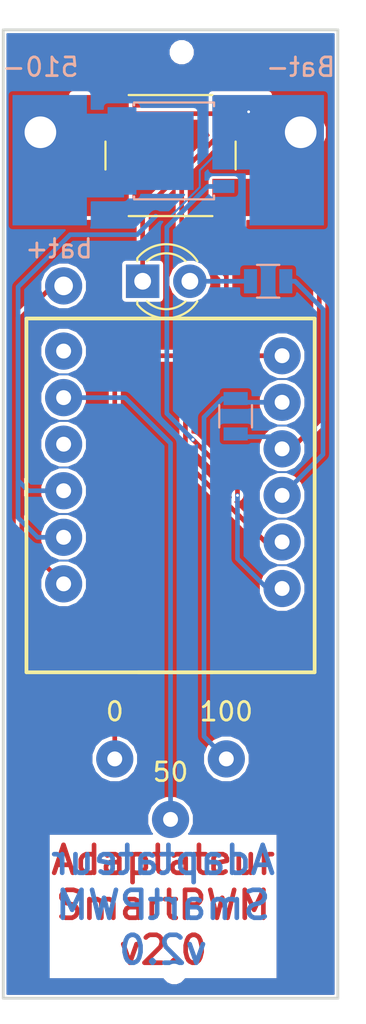
<source format=kicad_pcb>
(kicad_pcb (version 4) (host pcbnew 4.0.5)

  (general
    (links 14)
    (no_connects 3)
    (area 106.924999 52.924999 125.075001 105.075001)
    (thickness 1.6)
    (drawings 11)
    (tracks 68)
    (zones 0)
    (modules 32)
    (nets 4)
  )

  (page A4)
  (layers
    (0 F.Cu signal)
    (31 B.Cu signal)
    (32 B.Adhes user)
    (33 F.Adhes user)
    (34 B.Paste user)
    (35 F.Paste user)
    (36 B.SilkS user)
    (37 F.SilkS user)
    (38 B.Mask user)
    (39 F.Mask user)
    (40 Dwgs.User user)
    (41 Cmts.User user)
    (42 Eco1.User user)
    (43 Eco2.User user)
    (44 Edge.Cuts user)
    (45 Margin user)
    (46 B.CrtYd user)
    (47 F.CrtYd user)
    (48 B.Fab user)
    (49 F.Fab user)
  )

  (setup
    (last_trace_width 0.11)
    (user_trace_width 0.11)
    (trace_clearance 0.2)
    (zone_clearance 0.1)
    (zone_45_only no)
    (trace_min 0.1)
    (segment_width 0.2)
    (edge_width 0.15)
    (via_size 0.6)
    (via_drill 0.4)
    (via_min_size 0.4)
    (via_min_drill 0.3)
    (uvia_size 0.3)
    (uvia_drill 0.1)
    (uvias_allowed no)
    (uvia_min_size 0.2)
    (uvia_min_drill 0.1)
    (pcb_text_width 0.3)
    (pcb_text_size 1.5 1.5)
    (mod_edge_width 0.15)
    (mod_text_size 1 1)
    (mod_text_width 0.15)
    (pad_size 0.15 0.15)
    (pad_drill 0.15)
    (pad_to_mask_clearance 0.2)
    (aux_axis_origin 0 0)
    (visible_elements 7FFFF7FF)
    (pcbplotparams
      (layerselection 0x00030_80000001)
      (usegerberextensions false)
      (excludeedgelayer true)
      (linewidth 0.100000)
      (plotframeref false)
      (viasonmask false)
      (mode 1)
      (useauxorigin false)
      (hpglpennumber 1)
      (hpglpenspeed 20)
      (hpglpendiameter 15)
      (hpglpenoverlay 2)
      (psnegative false)
      (psa4output false)
      (plotreference true)
      (plotvalue true)
      (plotinvisibletext false)
      (padsonsilk false)
      (subtractmaskfromsilk false)
      (outputformat 1)
      (mirror false)
      (drillshape 1)
      (scaleselection 1)
      (outputdirectory ""))
  )

  (net 0 "")
  (net 1 "Net-(Neg1-Pad1)")
  (net 2 "Net-(P11-PadGate)")
  (net 3 "Net-(P11-PadVin)")

  (net_class Default "Ceci est la Netclass par défaut"
    (clearance 0.2)
    (trace_width 0.25)
    (via_dia 0.6)
    (via_drill 0.4)
    (uvia_dia 0.3)
    (uvia_drill 0.1)
    (add_net "Net-(Neg1-Pad1)")
    (add_net "Net-(P11-PadGate)")
    (add_net "Net-(P11-PadVin)")
  )

  (module Wire_Pads:SolderWirePad_single_0-8mmDrill (layer F.Cu) (tedit 58E76AE4) (tstamp 58E76A1A)
    (at 120.2 57.4)
    (fp_text reference "" (at 0 -2.54) (layer F.SilkS)
      (effects (font (size 1 1) (thickness 0.15)))
    )
    (fp_text value "" (at 0 2.54) (layer F.Fab)
      (effects (font (size 1 1) (thickness 0.15)))
    )
    (pad 1 thru_hole circle (at 0 0) (size 0.15 0.15) (drill 0.15) (layers *.Cu *.Mask)
      (solder_mask_margin -0.2))
  )

  (module Wire_Pads:SolderWirePad_single_0-8mmDrill (layer F.Cu) (tedit 58E552D3) (tstamp 58E552E2)
    (at 116.2 103.6)
    (fp_text reference "" (at 0 -2.54) (layer F.SilkS)
      (effects (font (size 1 1) (thickness 0.15)))
    )
    (fp_text value "" (at 0 2.54) (layer F.Fab)
      (effects (font (size 1 1) (thickness 0.15)))
    )
    (pad "" np_thru_hole circle (at 0 0) (size 0.9 0.9) (drill 0.9) (layers *.Cu *.Mask))
  )

  (module Wire_Pads:SolderWirePad_single_SMD_5x10mm (layer B.Cu) (tedit 58E54467) (tstamp 58E545F8)
    (at 123.5 59.25 180)
    (descr "Wire Pad, Square, SMD Pad,  5mm x 10mm,")
    (tags "MesurementPoint Square SMDPad 5mmx10mm ")
    (attr smd)
    (fp_text reference "" (at 0 3.81 180) (layer B.SilkS)
      (effects (font (size 1 1) (thickness 0.15)) (justify mirror))
    )
    (fp_text value "" (at 0 -6.35 180) (layer B.Fab)
      (effects (font (size 1 1) (thickness 0.15)) (justify mirror))
    )
    (fp_line (start 2.75 5.25) (end -2.75 5.25) (layer B.CrtYd) (width 0.05))
    (fp_line (start 2.75 -5.25) (end 2.75 5.25) (layer B.CrtYd) (width 0.05))
    (fp_line (start -2.75 -5.25) (end 2.75 -5.25) (layer B.CrtYd) (width 0.05))
    (fp_line (start -2.75 5.25) (end -2.75 -5.25) (layer B.CrtYd) (width 0.05))
    (pad 1 smd rect (at 1.25 -0.75 180) (size 4 7) (layers B.Cu B.Paste B.Mask)
      (solder_mask_margin -0.1))
  )

  (module Wire_Pads:SolderWirePad_single_SMD_5x10mm (layer B.Cu) (tedit 58E54493) (tstamp 58E5452F)
    (at 112.75 59 180)
    (descr "Wire Pad, Square, SMD Pad,  5mm x 10mm,")
    (tags "MesurementPoint Square SMDPad 5mmx10mm ")
    (attr smd)
    (fp_text reference "" (at 0 3.81 180) (layer B.SilkS)
      (effects (font (size 1 1) (thickness 0.15)) (justify mirror))
    )
    (fp_text value "" (at 0 -6.35 180) (layer B.Fab)
      (effects (font (size 1 1) (thickness 0.15)) (justify mirror))
    )
    (fp_line (start 2.75 5.25) (end -2.75 5.25) (layer B.CrtYd) (width 0.05))
    (fp_line (start 2.75 -5.25) (end 2.75 5.25) (layer B.CrtYd) (width 0.05))
    (fp_line (start -2.75 -5.25) (end 2.75 -5.25) (layer B.CrtYd) (width 0.05))
    (fp_line (start -2.75 5.25) (end -2.75 -5.25) (layer B.CrtYd) (width 0.05))
    (pad 1 smd rect (at 1.25 -0.75 180) (size 4 4.5) (layers B.Cu B.Paste B.Mask)
      (solder_mask_margin -0.1))
  )

  (module Wire_Pads:SolderWirePad_single_SMD_5x10mm (layer B.Cu) (tedit 58E54512) (tstamp 58D7A9C1)
    (at 121.25 58.5 90)
    (descr "Wire Pad, Square, SMD Pad,  5mm x 10mm,")
    (tags "MesurementPoint Square SMDPad 5mmx10mm ")
    (attr smd)
    (fp_text reference "" (at 0 3.81 90) (layer B.SilkS)
      (effects (font (size 1 1) (thickness 0.15)) (justify mirror))
    )
    (fp_text value "" (at 0 -6.35 90) (layer B.Fab)
      (effects (font (size 1 1) (thickness 0.15)) (justify mirror))
    )
    (fp_line (start 2.75 5.25) (end -2.75 5.25) (layer B.CrtYd) (width 0.05))
    (fp_line (start 2.75 -5.25) (end 2.75 5.25) (layer B.CrtYd) (width 0.05))
    (fp_line (start -2.75 -5.25) (end 2.75 -5.25) (layer B.CrtYd) (width 0.05))
    (fp_line (start -2.75 5.25) (end -2.75 -5.25) (layer B.CrtYd) (width 0.05))
    (pad 1 smd rect (at 0 0 90) (size 4 6) (layers B.Cu B.Paste B.Mask)
      (net 1 "Net-(Neg1-Pad1)") (solder_mask_margin -0.1))
  )

  (module Wire_Pads:SolderWirePad_single_0-8mmDrill (layer F.Cu) (tedit 58E76AF2) (tstamp 58D7A865)
    (at 117.2 75)
    (fp_text reference "" (at 0 -2.54) (layer F.SilkS)
      (effects (font (size 1 1) (thickness 0.15)))
    )
    (fp_text value "" (at 0 2.54) (layer F.Fab)
      (effects (font (size 1 1) (thickness 0.15)))
    )
    (pad 1 thru_hole circle (at 0 0) (size 0.15 0.15) (drill 0.15) (layers *.Cu *.Mask)
      (solder_mask_margin -0.2))
  )

  (module Wire_Pads:SolderWirePad_single_0-8mmDrill (layer F.Cu) (tedit 58E76CE1) (tstamp 58D7A6B7)
    (at 119.6 78)
    (fp_text reference "" (at 0 -2.54) (layer F.SilkS)
      (effects (font (size 1 1) (thickness 0.15)))
    )
    (fp_text value "" (at 0 2.54) (layer F.Fab)
      (effects (font (size 1 1) (thickness 0.15)))
    )
    (pad 1 thru_hole circle (at 0 0) (size 0.15 0.15) (drill 0.15) (layers *.Cu *.Mask)
      (solder_mask_margin -0.5))
  )

  (module Wire_Pads:SolderWirePad_single_0-8mmDrill (layer B.Cu) (tedit 58E54E0C) (tstamp 58D03659)
    (at 110.25 66.75)
    (fp_text reference bat+ (at -0.25 -2) (layer B.SilkS)
      (effects (font (size 1 1) (thickness 0.15)) (justify mirror))
    )
    (fp_text value "" (at 0 -2.54) (layer B.Fab)
      (effects (font (size 1 1) (thickness 0.15)) (justify mirror))
    )
    (pad 1 thru_hole circle (at 0 0) (size 1.99898 1.99898) (drill 1) (layers *.Cu *.Mask)
      (net 3 "Net-(P11-PadVin)") (solder_mask_margin -0.1))
  )

  (module Wire_Pads:SolderWirePad_single_0-8mmDrill (layer B.Cu) (tedit 58E548C6) (tstamp 58D035C2)
    (at 109 58.5)
    (fp_text reference 510- (at 0 -3.5) (layer B.SilkS)
      (effects (font (size 1 1) (thickness 0.15)) (justify mirror))
    )
    (fp_text value "" (at 0 -2.54) (layer B.Fab)
      (effects (font (size 1 1) (thickness 0.15)) (justify mirror))
    )
    (pad 1 thru_hole circle (at 0 0) (size 2.3 2.3) (drill 1.7) (layers *.Cu *.Mask)
      (solder_mask_margin -0.1))
  )

  (module Wire_Pads:SolderWirePad_single_0-8mmDrill (layer F.Cu) (tedit 58D7A010) (tstamp 58D0303A)
    (at 113 92.15)
    (fp_text reference 0 (at 0 -2.54) (layer F.SilkS)
      (effects (font (size 1 1) (thickness 0.15)))
    )
    (fp_text value "" (at 0 2.54) (layer F.Fab)
      (effects (font (size 1 1) (thickness 0.15)))
    )
    (pad 1 thru_hole circle (at 0 0) (size 1.99898 1.99898) (drill 0.8001) (layers *.Cu *.Mask)
      (net 1 "Net-(Neg1-Pad1)") (solder_mask_margin -0.1))
  )

  (module Wire_Pads:SolderWirePad_single_0-8mmDrill (layer F.Cu) (tedit 58D036EC) (tstamp 58D03034)
    (at 119 92.15)
    (fp_text reference 100 (at 0 -2.54) (layer F.SilkS)
      (effects (font (size 1 1) (thickness 0.15)))
    )
    (fp_text value "" (at 0 2.54) (layer F.Fab)
      (effects (font (size 1 1) (thickness 0.15)))
    )
    (pad 1 thru_hole circle (at 0 0) (size 1.99898 1.99898) (drill 0.8001) (layers *.Cu *.Mask)
      (solder_mask_margin -0.1))
  )

  (module Wire_Pads:SolderWirePad_single_0-8mmDrill (layer F.Cu) (tedit 58D7A033) (tstamp 58D01BDF)
    (at 122 70.5)
    (fp_text reference "" (at 0 -2.54) (layer F.SilkS)
      (effects (font (size 1 1) (thickness 0.15)))
    )
    (fp_text value "" (at 0 2.54) (layer F.Fab)
      (effects (font (size 1 1) (thickness 0.15)))
    )
    (pad 1 thru_hole circle (at 0 0) (size 1.99898 1.99898) (drill 0.8001) (layers *.Cu *.Mask)
      (net 1 "Net-(Neg1-Pad1)") (solder_mask_margin -0.1))
  )

  (module Wire_Pads:SolderWirePad_single_0-8mmDrill (layer F.Cu) (tedit 58D0371C) (tstamp 58D01BA1)
    (at 122 73)
    (fp_text reference "" (at 0 -2.54) (layer F.SilkS)
      (effects (font (size 1 1) (thickness 0.15)))
    )
    (fp_text value "" (at 0 2.54) (layer F.Fab)
      (effects (font (size 1 1) (thickness 0.15)))
    )
    (pad 1 thru_hole circle (at 0 0) (size 1.99898 1.99898) (drill 0.8001) (layers *.Cu *.Mask)
      (solder_mask_margin -0.1))
  )

  (module Wire_Pads:SolderWirePad_single_0-8mmDrill (layer F.Cu) (tedit 58D03717) (tstamp 58D01B9D)
    (at 122 75.5)
    (fp_text reference "" (at 0 -2.54) (layer F.SilkS)
      (effects (font (size 1 1) (thickness 0.15)))
    )
    (fp_text value "" (at 0 2.54) (layer F.Fab)
      (effects (font (size 1 1) (thickness 0.15)))
    )
    (pad 1 thru_hole circle (at 0 0) (size 1.99898 1.99898) (drill 0.8001) (layers *.Cu *.Mask)
      (solder_mask_margin -0.1))
  )

  (module Wire_Pads:SolderWirePad_single_0-8mmDrill (layer F.Cu) (tedit 58D03711) (tstamp 58D01B99)
    (at 122 78)
    (fp_text reference "" (at 0 -2.54) (layer F.SilkS)
      (effects (font (size 1 1) (thickness 0.15)))
    )
    (fp_text value "" (at 0 2.54) (layer F.Fab)
      (effects (font (size 1 1) (thickness 0.15)))
    )
    (pad 1 thru_hole circle (at 0 0) (size 1.99898 1.99898) (drill 0.8001) (layers *.Cu *.Mask)
      (solder_mask_margin -0.1))
  )

  (module Wire_Pads:SolderWirePad_single_0-8mmDrill (layer F.Cu) (tedit 58D7A324) (tstamp 58D01B95)
    (at 122 80.5)
    (fp_text reference "" (at 0 -2.54) (layer F.SilkS)
      (effects (font (size 1 1) (thickness 0.15)))
    )
    (fp_text value "" (at 0 2.54) (layer F.Fab)
      (effects (font (size 1 1) (thickness 0.15)))
    )
    (pad 1 thru_hole circle (at 0 0) (size 1.99898 1.99898) (drill 0.8001) (layers *.Cu *.Mask)
      (net 1 "Net-(Neg1-Pad1)") (solder_mask_margin -0.1))
  )

  (module Wire_Pads:SolderWirePad_single_0-8mmDrill (layer F.Cu) (tedit 58D7A826) (tstamp 58D01B91)
    (at 122 83)
    (fp_text reference "" (at 0 -2.54) (layer F.SilkS)
      (effects (font (size 1 1) (thickness 0.15)))
    )
    (fp_text value "" (at 0 2.54) (layer F.Fab)
      (effects (font (size 1 1) (thickness 0.15)))
    )
    (pad 1 thru_hole circle (at 0 0) (size 1.99898 1.99898) (drill 0.8001) (layers *.Cu *.Mask)
      (net 2 "Net-(P11-PadGate)") (solder_mask_margin -0.1))
  )

  (module Wire_Pads:SolderWirePad_single_0-8mmDrill (layer F.Cu) (tedit 58D7A38C) (tstamp 58D01B8D)
    (at 110.25 82.75)
    (fp_text reference "" (at 0 -2.54) (layer F.SilkS)
      (effects (font (size 1 1) (thickness 0.15)))
    )
    (fp_text value "" (at 0 2.54) (layer F.Fab)
      (effects (font (size 1 1) (thickness 0.15)))
    )
    (pad 1 thru_hole circle (at 0 0) (size 1.99898 1.99898) (drill 0.8001) (layers *.Cu *.Mask)
      (net 3 "Net-(P11-PadVin)") (solder_mask_margin -0.1))
  )

  (module Wire_Pads:SolderWirePad_single_0-8mmDrill (layer F.Cu) (tedit 58D79FF4) (tstamp 58D01B88)
    (at 110.25 80.25)
    (fp_text reference "" (at 0 -2.54) (layer F.SilkS)
      (effects (font (size 1 1) (thickness 0.15)))
    )
    (fp_text value "" (at 0 2.54) (layer F.Fab)
      (effects (font (size 1 1) (thickness 0.15)))
    )
    (pad 1 thru_hole circle (at 0 0) (size 1.99898 1.99898) (drill 0.8001) (layers *.Cu *.Mask)
      (net 1 "Net-(Neg1-Pad1)") (solder_mask_margin -0.1))
  )

  (module Wire_Pads:SolderWirePad_single_0-8mmDrill (layer F.Cu) (tedit 58D7A043) (tstamp 58D01B83)
    (at 110.25 77.75)
    (fp_text reference "" (at 0 -2.54) (layer F.SilkS)
      (effects (font (size 1 1) (thickness 0.15)))
    )
    (fp_text value "" (at 0 2.54) (layer F.Fab)
      (effects (font (size 1 1) (thickness 0.15)))
    )
    (pad 1 thru_hole circle (at 0 0) (size 1.99898 1.99898) (drill 0.8001) (layers *.Cu *.Mask)
      (net 1 "Net-(Neg1-Pad1)") (solder_mask_margin -0.1))
  )

  (module Wire_Pads:SolderWirePad_single_0-8mmDrill (layer F.Cu) (tedit 58D03733) (tstamp 58D01B7E)
    (at 110.25 75.25)
    (fp_text reference "" (at 0 -2.54) (layer F.SilkS)
      (effects (font (size 1 1) (thickness 0.15)))
    )
    (fp_text value "" (at 0 2.54) (layer F.Fab)
      (effects (font (size 1 1) (thickness 0.15)))
    )
    (pad 1 thru_hole circle (at 0 0) (size 1.99898 1.99898) (drill 0.8001) (layers *.Cu *.Mask)
      (solder_mask_margin -0.1))
  )

  (module Wire_Pads:SolderWirePad_single_0-8mmDrill (layer F.Cu) (tedit 58D799EA) (tstamp 58D01B79)
    (at 110.25 72.75)
    (fp_text reference "" (at 0 -2.54) (layer F.SilkS)
      (effects (font (size 1 1) (thickness 0.15)))
    )
    (fp_text value "" (at 0 2.54) (layer F.Fab)
      (effects (font (size 1 1) (thickness 0.15)))
    )
    (pad 1 thru_hole circle (at 0 0) (size 1.99898 1.99898) (drill 0.8001) (layers *.Cu *.Mask)
      (solder_mask_margin -0.1))
  )

  (module Wire_Pads:SolderWirePad_single_0-8mmDrill (layer F.Cu) (tedit 58D03728) (tstamp 58D01B62)
    (at 110.25 70.25)
    (fp_text reference "" (at 0 -2.54) (layer F.SilkS)
      (effects (font (size 1 1) (thickness 0.15)))
    )
    (fp_text value "" (at 0 2.54) (layer F.Fab)
      (effects (font (size 1 1) (thickness 0.15)))
    )
    (pad 1 thru_hole circle (at 0 0) (size 1.99898 1.99898) (drill 0.8001) (layers *.Cu *.Mask)
      (solder_mask_margin -0.1))
  )

  (module Resistors_SMD:R_0805 (layer B.Cu) (tedit 58D037DF) (tstamp 58D01C5A)
    (at 119.5 73.75 270)
    (descr "Resistor SMD 0805, reflow soldering, Vishay (see dcrcw.pdf)")
    (tags "resistor 0805")
    (attr smd)
    (fp_text reference "" (at 0 1.65 270) (layer B.SilkS)
      (effects (font (size 1 1) (thickness 0.15)) (justify mirror))
    )
    (fp_text value "" (at 0 -1.75 270) (layer B.Fab)
      (effects (font (size 1 1) (thickness 0.15)) (justify mirror))
    )
    (fp_line (start -1 -0.62) (end -1 0.62) (layer B.Fab) (width 0.1))
    (fp_line (start 1 -0.62) (end -1 -0.62) (layer B.Fab) (width 0.1))
    (fp_line (start 1 0.62) (end 1 -0.62) (layer B.Fab) (width 0.1))
    (fp_line (start -1 0.62) (end 1 0.62) (layer B.Fab) (width 0.1))
    (fp_line (start 0.6 -0.88) (end -0.6 -0.88) (layer B.SilkS) (width 0.12))
    (fp_line (start -0.6 0.88) (end 0.6 0.88) (layer B.SilkS) (width 0.12))
    (fp_line (start -1.55 0.9) (end 1.55 0.9) (layer B.CrtYd) (width 0.05))
    (fp_line (start -1.55 0.9) (end -1.55 -0.9) (layer B.CrtYd) (width 0.05))
    (fp_line (start 1.55 -0.9) (end 1.55 0.9) (layer B.CrtYd) (width 0.05))
    (fp_line (start 1.55 -0.9) (end -1.55 -0.9) (layer B.CrtYd) (width 0.05))
    (pad 1 smd rect (at -0.95 0 270) (size 0.7 1.3) (layers B.Cu B.Paste B.Mask)
      (solder_mask_margin -0.1))
    (pad 2 smd rect (at 0.95 0 270) (size 0.7 1.3) (layers B.Cu B.Paste B.Mask)
      (solder_mask_margin -0.1))
    (model Resistors_SMD.3dshapes/R_0805.wrl
      (at (xyz 0 0 0))
      (scale (xyz 1 1 1))
      (rotate (xyz 0 0 0))
    )
  )

  (module TO_SOT_Packages_SMD:SOT-669_LFPAK (layer B.Cu) (tedit 58E54422) (tstamp 58D01F83)
    (at 116 59.5 180)
    (descr "LFPAK www.nxp.com/documents/leaflet/939775016838_LR.pdf")
    (tags "LFPAK SOT-669 Power-SO8")
    (solder_mask_margin 0.07)
    (solder_paste_margin -0.05)
    (attr smd)
    (fp_text reference "" (at -0.27 3.48 180) (layer B.SilkS)
      (effects (font (size 1 1) (thickness 0.15)) (justify mirror))
    )
    (fp_text value "" (at -0.27 -3.52 180) (layer B.Fab)
      (effects (font (size 1 1) (thickness 0.15)) (justify mirror))
    )
    (fp_text user %R (at -0.04 0 180) (layer B.Fab)
      (effects (font (size 1 1) (thickness 0.15)) (justify mirror))
    )
    (fp_line (start -2.34 -2.4) (end -2.34 -2.6) (layer B.SilkS) (width 0.12))
    (fp_line (start -2.34 -2.6) (end 1.96 -2.6) (layer B.SilkS) (width 0.12))
    (fp_line (start 1.96 -2.6) (end 1.96 -2.45) (layer B.SilkS) (width 0.12))
    (fp_line (start 1.96 2.45) (end 1.96 2.6) (layer B.SilkS) (width 0.12))
    (fp_line (start 1.96 2.6) (end -2.34 2.6) (layer B.SilkS) (width 0.12))
    (fp_line (start -2.34 2.6) (end -2.34 2.4) (layer B.SilkS) (width 0.12))
    (fp_line (start -2.24 -1.7) (end -3.24 -1.7) (layer B.Fab) (width 0.1))
    (fp_line (start -3.24 -1.7) (end -3.24 -2.15) (layer B.Fab) (width 0.1))
    (fp_line (start -3.24 -2.15) (end -2.24 -2.15) (layer B.Fab) (width 0.1))
    (fp_line (start -2.24 -0.4) (end -3.24 -0.4) (layer B.Fab) (width 0.1))
    (fp_line (start -3.24 -0.4) (end -3.24 -0.85) (layer B.Fab) (width 0.1))
    (fp_line (start -3.24 -0.85) (end -2.24 -0.85) (layer B.Fab) (width 0.1))
    (fp_line (start -2.24 0.85) (end -3.24 0.85) (layer B.Fab) (width 0.1))
    (fp_line (start -3.24 0.85) (end -3.24 0.4) (layer B.Fab) (width 0.1))
    (fp_line (start -3.24 0.4) (end -2.24 0.4) (layer B.Fab) (width 0.1))
    (fp_line (start -3.24 2.15) (end -3.24 1.65) (layer B.Fab) (width 0.1))
    (fp_line (start -3.24 2.15) (end -2.24 2.15) (layer B.Fab) (width 0.1))
    (fp_line (start -3.24 1.65) (end -2.24 1.65) (layer B.Fab) (width 0.1))
    (fp_line (start 3.16 2.2) (end 3.16 -2.2) (layer B.Fab) (width 0.1))
    (fp_line (start 3.16 -2.2) (end 1.86 -2.2) (layer B.Fab) (width 0.1))
    (fp_line (start 3.16 2.2) (end 1.86 2.2) (layer B.Fab) (width 0.1))
    (fp_line (start 1.86 2.5) (end -2.24 2.5) (layer B.Fab) (width 0.1))
    (fp_line (start -2.24 2.5) (end -2.24 -2.5) (layer B.Fab) (width 0.1))
    (fp_line (start -2.24 -2.5) (end 1.86 -2.5) (layer B.Fab) (width 0.1))
    (fp_line (start 1.86 -2.5) (end 1.86 2.5) (layer B.Fab) (width 0.1))
    (fp_line (start 3.64 2.75) (end 3.64 -2.75) (layer B.CrtYd) (width 0.05))
    (fp_line (start 3.64 2.75) (end -3.69 2.75) (layer B.CrtYd) (width 0.05))
    (fp_line (start -3.69 -2.75) (end 3.64 -2.75) (layer B.CrtYd) (width 0.05))
    (fp_line (start -3.69 -2.75) (end -3.69 2.75) (layer B.CrtYd) (width 0.05))
    (pad 5 smd rect (at 0.16 1.15 180) (size 0.6 0.9) (layers B.Cu B.Paste B.Mask))
    (pad 5 smd rect (at -0.69 1.15 180) (size 0.6 0.9) (layers B.Cu B.Paste B.Mask))
    (pad 5 smd rect (at 1.01 1.15 180) (size 0.6 0.9) (layers B.Cu B.Paste B.Mask))
    (pad 5 smd rect (at 0.16 -1.15 180) (size 0.6 0.9) (layers B.Cu B.Paste B.Mask))
    (pad 5 smd rect (at -0.69 -1.15 180) (size 0.6 0.9) (layers B.Cu B.Paste B.Mask))
    (pad 5 smd rect (at 1.01 -1.15 180) (size 0.6 0.9) (layers B.Cu B.Paste B.Mask))
    (pad 5 smd rect (at 1.01 0 180) (size 0.6 0.9) (layers B.Cu B.Paste B.Mask))
    (pad 5 smd rect (at -0.69 0 180) (size 0.6 0.9) (layers B.Cu B.Paste B.Mask))
    (pad 5 smd rect (at 2.86 1.88 270) (size 0.6 0.9) (layers B.Cu B.Paste B.Mask))
    (pad 5 smd rect (at 2.86 -1.88 270) (size 0.6 0.9) (layers B.Cu B.Paste B.Mask))
    (pad 5 smd rect (at 2.86 0.6 270) (size 0.6 0.9) (layers B.Cu B.Paste B.Mask))
    (pad 2 smd rect (at -2.86 0.64 270) (size 0.7 1.15) (layers B.Cu B.Paste B.Mask)
      (net 1 "Net-(Neg1-Pad1)") (solder_mask_margin 0.07) (solder_paste_margin -0.05))
    (pad 1 smd rect (at -2.86 1.91 270) (size 0.7 1.15) (layers B.Cu B.Paste B.Mask)
      (net 1 "Net-(Neg1-Pad1)") (solder_mask_margin 0.07) (solder_paste_margin -0.05))
    (pad 3 smd rect (at -2.86 -0.64 270) (size 0.7 1.15) (layers B.Cu B.Paste B.Mask)
      (net 1 "Net-(Neg1-Pad1)") (solder_mask_margin 0.07) (solder_paste_margin -0.05))
    (pad 5 smd rect (at 2.61 0 270) (size 4.7 1.55) (layers B.Cu B.Paste B.Mask)
      (solder_mask_margin 0.07))
    (pad 5 smd rect (at 0.41 0 270) (size 4.2 3.3) (layers B.Cu B.Paste B.Mask)
      (solder_mask_margin 0.07))
    (pad 4 smd rect (at -2.86 -1.91 270) (size 0.7 1.15) (layers B.Cu B.Paste B.Mask)
      (net 2 "Net-(P11-PadGate)") (solder_mask_margin 0.07) (solder_paste_margin -0.05))
    (pad 5 smd rect (at 2.86 -0.6 270) (size 0.6 0.9) (layers B.Cu B.Paste B.Mask))
    (pad 5 smd rect (at 0.16 0 180) (size 0.6 0.9) (layers B.Cu B.Paste B.Mask))
    (model ${KISYS3DMOD}/TO_SOT_Packages_SMD.3dshapes/SOT-669_LFPAK.wrl
      (at (xyz -0.01 0 0))
      (scale (xyz 0.39 0.39 0.39))
      (rotate (xyz 0 0 90))
    )
  )

  (module Buttons_Switches_THT:SW_PUSH_6mm_h5mm (layer F.Cu) (tedit 58E542C5) (tstamp 58D021C9)
    (at 112.75 57.5)
    (descr "tactile push button, 6x6mm e.g. PHAP33xx series, height=5mm")
    (tags "tact sw push 6mm")
    (fp_text reference "" (at 3.25 -2) (layer F.SilkS)
      (effects (font (size 1 1) (thickness 0.15)))
    )
    (fp_text value "" (at 3.75 6.7) (layer F.Fab)
      (effects (font (size 1 1) (thickness 0.15)))
    )
    (fp_line (start 3.25 -0.75) (end 6.25 -0.75) (layer F.Fab) (width 0.1))
    (fp_line (start 6.25 -0.75) (end 6.25 5.25) (layer F.Fab) (width 0.1))
    (fp_line (start 6.25 5.25) (end 0.25 5.25) (layer F.Fab) (width 0.1))
    (fp_line (start 0.25 5.25) (end 0.25 -0.75) (layer F.Fab) (width 0.1))
    (fp_line (start 0.25 -0.75) (end 3.25 -0.75) (layer F.Fab) (width 0.1))
    (fp_line (start 7.75 6) (end 8 6) (layer F.CrtYd) (width 0.05))
    (fp_line (start 8 6) (end 8 5.75) (layer F.CrtYd) (width 0.05))
    (fp_line (start 7.75 -1.5) (end 8 -1.5) (layer F.CrtYd) (width 0.05))
    (fp_line (start 8 -1.5) (end 8 -1.25) (layer F.CrtYd) (width 0.05))
    (fp_line (start -1.5 -1.25) (end -1.5 -1.5) (layer F.CrtYd) (width 0.05))
    (fp_line (start -1.5 -1.5) (end -1.25 -1.5) (layer F.CrtYd) (width 0.05))
    (fp_line (start -1.5 5.75) (end -1.5 6) (layer F.CrtYd) (width 0.05))
    (fp_line (start -1.5 6) (end -1.25 6) (layer F.CrtYd) (width 0.05))
    (fp_line (start -1.25 -1.5) (end 7.75 -1.5) (layer F.CrtYd) (width 0.05))
    (fp_line (start -1.5 5.75) (end -1.5 -1.25) (layer F.CrtYd) (width 0.05))
    (fp_line (start 7.75 6) (end -1.25 6) (layer F.CrtYd) (width 0.05))
    (fp_line (start 8 -1.25) (end 8 5.75) (layer F.CrtYd) (width 0.05))
    (fp_line (start 1 5.5) (end 5.5 5.5) (layer F.SilkS) (width 0.12))
    (fp_line (start -0.25 1.5) (end -0.25 3) (layer F.SilkS) (width 0.12))
    (fp_line (start 5.5 -1) (end 1 -1) (layer F.SilkS) (width 0.12))
    (fp_line (start 6.75 3) (end 6.75 1.5) (layer F.SilkS) (width 0.12))
    (fp_circle (center 3.25 2.25) (end 1.25 2.5) (layer F.Fab) (width 0.1))
    (pad 2 smd rect (at -0.5 4.5 90) (size 2 3) (layers F.Cu F.Paste F.Mask)
      (solder_mask_margin -0.1))
    (pad 1 smd rect (at -0.5 0 90) (size 2 3) (layers F.Cu F.Paste F.Mask)
      (net 1 "Net-(Neg1-Pad1)") (solder_mask_margin -0.1))
    (pad 2 smd rect (at 7 4.5 90) (size 2 3) (layers F.Cu F.Paste F.Mask)
      (solder_mask_margin -0.1))
    (pad 1 smd rect (at 7 0 90) (size 2 3) (layers F.Cu F.Paste F.Mask)
      (net 1 "Net-(Neg1-Pad1)") (solder_mask_margin -0.1))
    (model Buttons_Switches_THT.3dshapes/SW_PUSH_6mm_h5mm.wrl
      (at (xyz 0.005 0 0))
      (scale (xyz 0.3937 0.3937 0.3937))
      (rotate (xyz 0 0 0))
    )
  )

  (module Wire_Pads:SolderWirePad_single_0-8mmDrill (layer F.Cu) (tedit 58D036FA) (tstamp 58D03005)
    (at 116 95.4)
    (fp_text reference 50 (at 0 -2.54) (layer F.SilkS)
      (effects (font (size 1 1) (thickness 0.15)))
    )
    (fp_text value "" (at 0 2.54) (layer F.Fab)
      (effects (font (size 1 1) (thickness 0.15)))
    )
    (pad 1 thru_hole circle (at 0 0) (size 1.99898 1.99898) (drill 0.8001) (layers *.Cu *.Mask)
      (solder_mask_margin -0.1))
  )

  (module Wire_Pads:SolderWirePad_single_0-8mmDrill (layer B.Cu) (tedit 58E548BD) (tstamp 58D031E0)
    (at 123 58.5)
    (fp_text reference Bat- (at 0 -3.5) (layer B.SilkS)
      (effects (font (size 1 1) (thickness 0.15)) (justify mirror))
    )
    (fp_text value "" (at 0 -2.54) (layer B.Fab)
      (effects (font (size 1 1) (thickness 0.15)) (justify mirror))
    )
    (pad 1 thru_hole circle (at 0 0) (size 2.3 2.3) (drill 1.7) (layers *.Cu *.Mask)
      (net 1 "Net-(Neg1-Pad1)") (solder_mask_margin -0.1))
  )

  (module LEDs:LED_D3.0mm_FlatTop (layer F.Cu) (tedit 58E547BD) (tstamp 58D036AF)
    (at 114.5 66.5)
    (descr "LED, Round, FlatTop, diameter 3.0mm, 2 pins, http://www.kingbright.com/attachments/file/psearch/000/00/00/L-47XEC(Ver.9A).pdf")
    (tags "LED Round FlatTop diameter 3.0mm 2 pins")
    (fp_text reference "" (at 1.27 -2.96) (layer F.SilkS)
      (effects (font (size 1 1) (thickness 0.15)))
    )
    (fp_text value "" (at 1.27 2.96) (layer F.Fab)
      (effects (font (size 1 1) (thickness 0.15)))
    )
    (fp_arc (start 1.27 0) (end -0.23 -1.16619) (angle 284.3) (layer F.Fab) (width 0.1))
    (fp_arc (start 1.27 0) (end -0.29 -1.235516) (angle 108.8) (layer F.SilkS) (width 0.12))
    (fp_arc (start 1.27 0) (end -0.29 1.235516) (angle -108.8) (layer F.SilkS) (width 0.12))
    (fp_arc (start 1.27 0) (end 0.229039 -1.08) (angle 87.9) (layer F.SilkS) (width 0.12))
    (fp_arc (start 1.27 0) (end 0.229039 1.08) (angle -87.9) (layer F.SilkS) (width 0.12))
    (fp_circle (center 1.27 0) (end 2.77 0) (layer F.Fab) (width 0.1))
    (fp_line (start -0.23 -1.16619) (end -0.23 1.16619) (layer F.Fab) (width 0.1))
    (fp_line (start -0.29 -1.236) (end -0.29 -1.08) (layer F.SilkS) (width 0.12))
    (fp_line (start -0.29 1.08) (end -0.29 1.236) (layer F.SilkS) (width 0.12))
    (fp_line (start -1.15 -2.25) (end -1.15 2.25) (layer F.CrtYd) (width 0.05))
    (fp_line (start -1.15 2.25) (end 3.7 2.25) (layer F.CrtYd) (width 0.05))
    (fp_line (start 3.7 2.25) (end 3.7 -2.25) (layer F.CrtYd) (width 0.05))
    (fp_line (start 3.7 -2.25) (end -1.15 -2.25) (layer F.CrtYd) (width 0.05))
    (pad 1 thru_hole rect (at 0 0) (size 1.8 1.8) (drill 0.9) (layers *.Cu *.Mask)
      (net 1 "Net-(Neg1-Pad1)") (solder_mask_margin -0.1))
    (pad 2 thru_hole circle (at 2.54 0) (size 1.8 1.8) (drill 0.9) (layers *.Cu *.Mask)
      (solder_mask_margin -0.1))
    (model LEDs.3dshapes/LED_D3.0mm_FlatTop.wrl
      (at (xyz 0 0 0))
      (scale (xyz 0.393701 0.393701 0.393701))
      (rotate (xyz 0 0 0))
    )
  )

  (module Resistors_SMD:R_0805 (layer B.Cu) (tedit 58D038FB) (tstamp 58D0383E)
    (at 121.25 66.5)
    (descr "Resistor SMD 0805, reflow soldering, Vishay (see dcrcw.pdf)")
    (tags "resistor 0805")
    (attr smd)
    (fp_text reference "" (at 0 1.65) (layer B.SilkS)
      (effects (font (size 1 1) (thickness 0.15)) (justify mirror))
    )
    (fp_text value "" (at 0 -1.75) (layer B.Fab)
      (effects (font (size 1 1) (thickness 0.15)) (justify mirror))
    )
    (fp_text user %R (at 0 1.65) (layer B.Fab)
      (effects (font (size 1 1) (thickness 0.15)) (justify mirror))
    )
    (fp_line (start -1 -0.62) (end -1 0.62) (layer B.Fab) (width 0.1))
    (fp_line (start 1 -0.62) (end -1 -0.62) (layer B.Fab) (width 0.1))
    (fp_line (start 1 0.62) (end 1 -0.62) (layer B.Fab) (width 0.1))
    (fp_line (start -1 0.62) (end 1 0.62) (layer B.Fab) (width 0.1))
    (fp_line (start 0.6 -0.88) (end -0.6 -0.88) (layer B.SilkS) (width 0.12))
    (fp_line (start -0.6 0.88) (end 0.6 0.88) (layer B.SilkS) (width 0.12))
    (fp_line (start -1.55 0.9) (end 1.55 0.9) (layer B.CrtYd) (width 0.05))
    (fp_line (start -1.55 0.9) (end -1.55 -0.9) (layer B.CrtYd) (width 0.05))
    (fp_line (start 1.55 -0.9) (end 1.55 0.9) (layer B.CrtYd) (width 0.05))
    (fp_line (start 1.55 -0.9) (end -1.55 -0.9) (layer B.CrtYd) (width 0.05))
    (pad 1 smd rect (at -0.95 0) (size 0.7 1.3) (layers B.Cu B.Paste B.Mask)
      (solder_mask_margin -0.1))
    (pad 2 smd rect (at 0.95 0) (size 0.7 1.3) (layers B.Cu B.Paste B.Mask)
      (solder_mask_margin -0.1))
    (model Resistors_SMD.3dshapes/R_0805.wrl
      (at (xyz 0 0 0))
      (scale (xyz 1 1 1))
      (rotate (xyz 0 0 0))
    )
  )

  (module Wire_Pads:SolderWirePad_single_SMD_5x10mm (layer B.Cu) (tedit 58E54467) (tstamp 58D7A960)
    (at 110.75 59.25 180)
    (descr "Wire Pad, Square, SMD Pad,  5mm x 10mm,")
    (tags "MesurementPoint Square SMDPad 5mmx10mm ")
    (attr smd)
    (fp_text reference "" (at 0 3.81 180) (layer B.SilkS)
      (effects (font (size 1 1) (thickness 0.15)) (justify mirror))
    )
    (fp_text value "" (at 0 -6.35 180) (layer B.Fab)
      (effects (font (size 1 1) (thickness 0.15)) (justify mirror))
    )
    (fp_line (start 2.75 5.25) (end -2.75 5.25) (layer B.CrtYd) (width 0.05))
    (fp_line (start 2.75 -5.25) (end 2.75 5.25) (layer B.CrtYd) (width 0.05))
    (fp_line (start -2.75 -5.25) (end 2.75 -5.25) (layer B.CrtYd) (width 0.05))
    (fp_line (start -2.75 5.25) (end -2.75 -5.25) (layer B.CrtYd) (width 0.05))
    (pad 1 smd rect (at 1.25 -0.75 180) (size 4 7) (layers B.Cu B.Paste B.Mask)
      (solder_mask_margin -0.1))
  )

  (module Wire_Pads:SolderWirePad_single_0-8mmDrill (layer F.Cu) (tedit 58E552D3) (tstamp 58E552A0)
    (at 116.6 54.2)
    (fp_text reference "" (at 0 -2.54) (layer F.SilkS)
      (effects (font (size 1 1) (thickness 0.15)))
    )
    (fp_text value "" (at 0 2.54) (layer F.Fab)
      (effects (font (size 1 1) (thickness 0.15)))
    )
    (pad "" np_thru_hole circle (at 0 0) (size 0.9 0.9) (drill 0.9) (layers *.Cu *.Mask))
  )

  (gr_line (start 125 105) (end 125 53) (angle 90) (layer Edge.Cuts) (width 0.15))
  (gr_line (start 107 105) (end 125 105) (angle 90) (layer Edge.Cuts) (width 0.15))
  (gr_line (start 107 53) (end 107 105) (angle 90) (layer Edge.Cuts) (width 0.15))
  (gr_line (start 125 53) (end 107 53) (angle 90) (layer Edge.Cuts) (width 0.15))
  (gr_text "Adaptateur\nSmartPWM\nv2.0" (at 115.6 100) (layer F.Cu)
    (effects (font (size 1.5 1.5) (thickness 0.25)))
  )
  (gr_text "Adaptateur\nSmartPWM\nv2.0" (at 115.6 100) (layer B.Cu)
    (effects (font (size 1.5 1.5) (thickness 0.25)) (justify mirror))
  )
  (gr_line (start 118.25 87.5) (end 114.25 87.5) (angle 90) (layer F.SilkS) (width 0.2))
  (gr_line (start 123.75 68.5) (end 108.25 68.5) (angle 90) (layer F.SilkS) (width 0.2))
  (gr_line (start 123.75 87.5) (end 123.75 68.5) (angle 90) (layer F.SilkS) (width 0.2))
  (gr_line (start 108.25 87.5) (end 123.75 87.5) (angle 90) (layer F.SilkS) (width 0.2))
  (gr_line (start 108.25 68.5) (end 108.25 87.5) (angle 90) (layer F.SilkS) (width 0.2))

  (segment (start 119.75 62) (end 119.75 63.75) (width 0.25) (layer F.Cu) (net 0))
  (segment (start 124 74) (end 124 66.2) (width 0.25) (layer F.Cu) (net 0) (tstamp 58E76C1E))
  (segment (start 124 66.2) (end 122.4 64.6) (width 0.25) (layer F.Cu) (net 0) (tstamp 58E76C22))
  (segment (start 124 74) (end 122.5 75.5) (width 0.25) (layer F.Cu) (net 0) (tstamp 58E76C1D))
  (segment (start 120.6 64.6) (end 122.4 64.6) (width 0.25) (layer F.Cu) (net 0) (tstamp 58E76C3C))
  (segment (start 119.75 63.75) (end 120.6 64.6) (width 0.25) (layer F.Cu) (net 0) (tstamp 58E76C3B))
  (segment (start 122 75.5) (end 122.5 75.5) (width 0.25) (layer F.Cu) (net 0))
  (segment (start 116 95.4) (end 116 75.2) (width 0.25) (layer B.Cu) (net 0))
  (segment (start 113.55 72.75) (end 116 75.2) (width 0.25) (layer B.Cu) (net 0) (tstamp 58E54B51))
  (segment (start 113.55 72.75) (end 110.25 72.75) (width 0.25) (layer B.Cu) (net 0))
  (segment (start 117.8 73.8) (end 117.8 90.95) (width 0.25) (layer B.Cu) (net 0))
  (segment (start 118.8 72.8) (end 117.8 73.8) (width 0.25) (layer B.Cu) (net 0) (tstamp 58E54B7A))
  (segment (start 119 92.15) (end 117.8 90.95) (width 0.25) (layer B.Cu) (net 0) (tstamp 58E54B81))
  (segment (start 118.8 72.8) (end 119.5 72.8) (width 0.25) (layer B.Cu) (net 0))
  (segment (start 117.2 75) (end 119.6 77.4) (width 0.25) (layer F.Cu) (net 0))
  (segment (start 119.6 77.4) (end 119.6 78) (width 0.25) (layer F.Cu) (net 0) (tstamp 58E54CB1))
  (segment (start 117.04 66.5) (end 120.3 66.5) (width 0.25) (layer B.Cu) (net 0))
  (segment (start 122.2 66.5) (end 122.7 66.5) (width 0.25) (layer B.Cu) (net 0))
  (segment (start 124.2 75.8) (end 122 78) (width 0.25) (layer B.Cu) (net 0) (tstamp 58E54C4C))
  (segment (start 124.2 68) (end 124.2 75.8) (width 0.25) (layer B.Cu) (net 0) (tstamp 58E54C48))
  (segment (start 122.7 66.5) (end 124.2 68) (width 0.25) (layer B.Cu) (net 0) (tstamp 58E54C46))
  (segment (start 122 73) (end 119.61 73) (width 0.25) (layer B.Cu) (net 0))
  (segment (start 119.56 74.85) (end 121.35 74.85) (width 0.25) (layer B.Cu) (net 0))
  (segment (start 121.35 74.85) (end 122 75.5) (width 0.25) (layer B.Cu) (net 0) (tstamp 58D7A714))
  (segment (start 122 75.5) (end 121.61 75.5) (width 0.25) (layer B.Cu) (net 0))
  (segment (start 119 62.75) (end 119.75 62) (width 0.25) (layer F.Cu) (net 0) (tstamp 58E54BF8))
  (segment (start 115.2 63) (end 116.02 63) (width 0.11) (layer B.Cu) (net 1))
  (segment (start 107.8 77.2) (end 107.8 66.8) (width 0.25) (layer B.Cu) (net 1) (tstamp 58E76B99))
  (segment (start 107.8 66.8) (end 110.6 64) (width 0.25) (layer B.Cu) (net 1) (tstamp 58E54D61))
  (segment (start 110.6 64) (end 114.2 64) (width 0.25) (layer B.Cu) (net 1) (tstamp 58E54D65))
  (segment (start 114.2 64) (end 115.2 63) (width 0.25) (layer B.Cu) (net 1) (tstamp 58E54D6A))
  (segment (start 117.57 60.54) (end 119.61 58.5) (width 0.11) (layer B.Cu) (net 1) (tstamp 58E76E37) (status 800000))
  (segment (start 117.57 61.45) (end 117.57 60.54) (width 0.11) (layer B.Cu) (net 1) (tstamp 58E76E32))
  (segment (start 116.02 63) (end 117.57 61.45) (width 0.11) (layer B.Cu) (net 1) (tstamp 58E76E2E))
  (segment (start 119.61 58.5) (end 121.25 58.5) (width 0.11) (layer B.Cu) (net 1) (tstamp 58E76E39) (status C00000))
  (segment (start 121.25 58.5) (end 122.25 60) (width 0.11) (layer B.Cu) (net 1) (tstamp 58E76E3E) (status C00000))
  (segment (start 114.5 66.5) (end 114.5 62.75) (width 0.25) (layer F.Cu) (net 1))
  (segment (start 114.5 62.75) (end 116.6 60.65) (width 0.25) (layer F.Cu) (net 1) (tstamp 58E76C5D))
  (segment (start 119 67.2) (end 119 66.2) (width 0.25) (layer F.Cu) (net 1))
  (segment (start 119 68.4) (end 119 67.2) (width 0.25) (layer F.Cu) (net 1) (tstamp 58E54BF6))
  (segment (start 116.8 70.6) (end 119 68.4) (width 0.25) (layer F.Cu) (net 1) (tstamp 58E54BF4))
  (segment (start 116.8 76.2) (end 116.8 70.6) (width 0.25) (layer F.Cu) (net 1) (tstamp 58E54BEB))
  (segment (start 121.1 80.5) (end 116.8 76.2) (width 0.25) (layer F.Cu) (net 1) (tstamp 58E54BDD))
  (segment (start 116.6 60.65) (end 119.75 57.5) (width 0.25) (layer F.Cu) (net 1) (tstamp 58E76C0E))
  (segment (start 116.6 63.8) (end 116.6 60.65) (width 0.25) (layer F.Cu) (net 1) (tstamp 58E76C0C))
  (segment (start 119 66.2) (end 116.6 63.8) (width 0.25) (layer F.Cu) (net 1) (tstamp 58E76C09))
  (segment (start 110.25 77.75) (end 108.35 77.75) (width 0.25) (layer B.Cu) (net 1))
  (segment (start 108.35 77.75) (end 107.8 77.2) (width 0.25) (layer B.Cu) (net 1) (tstamp 58E76B96))
  (segment (start 108.85 80.25) (end 110.25 80.25) (width 0.25) (layer B.Cu) (net 1))
  (segment (start 107.8 79.2) (end 107.8 77.2) (width 0.25) (layer B.Cu) (net 1) (tstamp 58E54D5E))
  (segment (start 108.85 80.25) (end 107.8 79.2) (width 0.25) (layer B.Cu) (net 1) (tstamp 58E54D58))
  (segment (start 119.75 60) (end 121.25 58.5) (width 0.25) (layer B.Cu) (net 1) (tstamp 58E76AAF))
  (segment (start 112.25 57.5) (end 119.75 57.5) (width 0.25) (layer F.Cu) (net 1))
  (segment (start 113 92.15) (end 113 71) (width 0.25) (layer F.Cu) (net 1))
  (segment (start 113.5 70.5) (end 113 71) (width 0.25) (layer F.Cu) (net 1) (tstamp 58E54B33))
  (segment (start 113.5 70.5) (end 122 70.5) (width 0.25) (layer F.Cu) (net 1))
  (segment (start 122 80.5) (end 121.1 80.5) (width 0.25) (layer F.Cu) (net 1))
  (segment (start 122 83) (end 121.2 83) (width 0.25) (layer B.Cu) (net 2))
  (segment (start 121.2 83) (end 119.6 81.4) (width 0.25) (layer B.Cu) (net 2) (tstamp 58E54CCA))
  (segment (start 119.6 81.4) (end 119.6 78) (width 0.25) (layer B.Cu) (net 2) (tstamp 58E54CCB))
  (segment (start 118.86 61.41) (end 117.99 61.41) (width 0.25) (layer B.Cu) (net 2))
  (segment (start 115.8 73.6) (end 117.2 75) (width 0.25) (layer B.Cu) (net 2) (tstamp 58E54C94))
  (segment (start 115.8 63.6) (end 115.8 73.6) (width 0.25) (layer B.Cu) (net 2) (tstamp 58E54C8B))
  (segment (start 117.99 61.41) (end 115.8 63.6) (width 0.25) (layer B.Cu) (net 2) (tstamp 58E54C88))
  (segment (start 110.25 66.75) (end 109.65 66.75) (width 0.25) (layer F.Cu) (net 3))
  (segment (start 109.65 66.75) (end 108 68.4) (width 0.25) (layer F.Cu) (net 3) (tstamp 58E54C68))
  (segment (start 108 68.4) (end 108 80.5) (width 0.25) (layer F.Cu) (net 3) (tstamp 58E54C69))
  (segment (start 108 80.5) (end 110.25 82.75) (width 0.25) (layer F.Cu) (net 3) (tstamp 58E54C6C))

  (zone (net 0) (net_name "") (layer F.Cu) (tstamp 58E76C95) (hatch edge 0.508)
    (connect_pads (clearance 0.1))
    (min_thickness 0.1)
    (fill yes (arc_segments 16) (thermal_gap 0.1) (thermal_bridge_width 0.11))
    (polygon
      (pts
        (xy 125 105) (xy 107 105) (xy 107 53) (xy 125 53)
      )
    )
    (filled_polygon
      (pts
        (xy 124.775 104.775) (xy 107.225 104.775) (xy 107.225 96.175) (xy 109.45 96.175) (xy 109.45 103.975)
        (xy 115.597546 103.975) (xy 115.606223 103.996) (xy 115.802964 104.193085) (xy 116.06015 104.299878) (xy 116.338628 104.300121)
        (xy 116.596 104.193777) (xy 116.793085 103.997036) (xy 116.802235 103.975) (xy 121.75 103.975) (xy 121.75 96.175)
        (xy 116.992235 96.175) (xy 117.058648 96.108703) (xy 117.249273 95.649629) (xy 117.249706 95.152551) (xy 117.059884 94.693145)
        (xy 116.708703 94.341352) (xy 116.249629 94.150727) (xy 115.752551 94.150294) (xy 115.293145 94.340116) (xy 114.941352 94.691297)
        (xy 114.750727 95.150371) (xy 114.750294 95.647449) (xy 114.940116 96.106855) (xy 115.008142 96.175) (xy 109.45 96.175)
        (xy 107.225 96.175) (xy 107.225 68.4) (xy 107.625 68.4) (xy 107.625 80.5) (xy 107.653545 80.643507)
        (xy 107.734835 80.765165) (xy 109.138426 82.168756) (xy 109.000727 82.500371) (xy 109.000294 82.997449) (xy 109.190116 83.456855)
        (xy 109.541297 83.808648) (xy 110.000371 83.999273) (xy 110.497449 83.999706) (xy 110.956855 83.809884) (xy 111.308648 83.458703)
        (xy 111.499273 82.999629) (xy 111.499706 82.502551) (xy 111.309884 82.043145) (xy 110.958703 81.691352) (xy 110.499629 81.500727)
        (xy 110.002551 81.500294) (xy 109.668607 81.638277) (xy 108.527779 80.497449) (xy 109.000294 80.497449) (xy 109.190116 80.956855)
        (xy 109.541297 81.308648) (xy 110.000371 81.499273) (xy 110.497449 81.499706) (xy 110.956855 81.309884) (xy 111.308648 80.958703)
        (xy 111.499273 80.499629) (xy 111.499706 80.002551) (xy 111.309884 79.543145) (xy 110.958703 79.191352) (xy 110.499629 79.000727)
        (xy 110.002551 79.000294) (xy 109.543145 79.190116) (xy 109.191352 79.541297) (xy 109.000727 80.000371) (xy 109.000294 80.497449)
        (xy 108.527779 80.497449) (xy 108.375 80.34467) (xy 108.375 77.997449) (xy 109.000294 77.997449) (xy 109.190116 78.456855)
        (xy 109.541297 78.808648) (xy 110.000371 78.999273) (xy 110.497449 78.999706) (xy 110.956855 78.809884) (xy 111.308648 78.458703)
        (xy 111.499273 77.999629) (xy 111.499706 77.502551) (xy 111.309884 77.043145) (xy 110.958703 76.691352) (xy 110.499629 76.500727)
        (xy 110.002551 76.500294) (xy 109.543145 76.690116) (xy 109.191352 77.041297) (xy 109.000727 77.500371) (xy 109.000294 77.997449)
        (xy 108.375 77.997449) (xy 108.375 75.497449) (xy 109.000294 75.497449) (xy 109.190116 75.956855) (xy 109.541297 76.308648)
        (xy 110.000371 76.499273) (xy 110.497449 76.499706) (xy 110.956855 76.309884) (xy 111.308648 75.958703) (xy 111.499273 75.499629)
        (xy 111.499706 75.002551) (xy 111.309884 74.543145) (xy 110.958703 74.191352) (xy 110.499629 74.000727) (xy 110.002551 74.000294)
        (xy 109.543145 74.190116) (xy 109.191352 74.541297) (xy 109.000727 75.000371) (xy 109.000294 75.497449) (xy 108.375 75.497449)
        (xy 108.375 72.997449) (xy 109.000294 72.997449) (xy 109.190116 73.456855) (xy 109.541297 73.808648) (xy 110.000371 73.999273)
        (xy 110.497449 73.999706) (xy 110.956855 73.809884) (xy 111.308648 73.458703) (xy 111.499273 72.999629) (xy 111.499706 72.502551)
        (xy 111.309884 72.043145) (xy 110.958703 71.691352) (xy 110.499629 71.500727) (xy 110.002551 71.500294) (xy 109.543145 71.690116)
        (xy 109.191352 72.041297) (xy 109.000727 72.500371) (xy 109.000294 72.997449) (xy 108.375 72.997449) (xy 108.375 70.497449)
        (xy 109.000294 70.497449) (xy 109.190116 70.956855) (xy 109.541297 71.308648) (xy 110.000371 71.499273) (xy 110.497449 71.499706)
        (xy 110.956855 71.309884) (xy 111.308648 70.958703) (xy 111.499273 70.499629) (xy 111.499706 70.002551) (xy 111.309884 69.543145)
        (xy 110.958703 69.191352) (xy 110.499629 69.000727) (xy 110.002551 69.000294) (xy 109.543145 69.190116) (xy 109.191352 69.541297)
        (xy 109.000727 70.000371) (xy 109.000294 70.497449) (xy 108.375 70.497449) (xy 108.375 68.55533) (xy 109.331672 67.598658)
        (xy 109.541297 67.808648) (xy 110.000371 67.999273) (xy 110.497449 67.999706) (xy 110.956855 67.809884) (xy 111.308648 67.458703)
        (xy 111.499273 66.999629) (xy 111.499706 66.502551) (xy 111.309884 66.043145) (xy 110.958703 65.691352) (xy 110.499629 65.500727)
        (xy 110.002551 65.500294) (xy 109.543145 65.690116) (xy 109.191352 66.041297) (xy 109.000727 66.500371) (xy 109.000406 66.869264)
        (xy 107.734835 68.134835) (xy 107.653545 68.256493) (xy 107.653545 68.256494) (xy 107.625 68.4) (xy 107.225 68.4)
        (xy 107.225 61) (xy 110.495103 61) (xy 110.495103 63) (xy 110.512535 63.092644) (xy 110.567288 63.177732)
        (xy 110.650831 63.234815) (xy 110.75 63.254897) (xy 113.75 63.254897) (xy 113.842644 63.237465) (xy 113.927732 63.182712)
        (xy 113.984815 63.099169) (xy 114.004897 63) (xy 114.004897 61) (xy 113.987465 60.907356) (xy 113.932712 60.822268)
        (xy 113.849169 60.765185) (xy 113.75 60.745103) (xy 110.75 60.745103) (xy 110.657356 60.762535) (xy 110.572268 60.817288)
        (xy 110.515185 60.900831) (xy 110.495103 61) (xy 107.225 61) (xy 107.225 58.777256) (xy 107.599757 58.777256)
        (xy 107.812445 59.292) (xy 108.205928 59.68617) (xy 108.720301 59.899757) (xy 109.277256 59.900243) (xy 109.792 59.687555)
        (xy 110.18617 59.294072) (xy 110.399757 58.779699) (xy 110.400243 58.222744) (xy 110.187555 57.708) (xy 109.794072 57.31383)
        (xy 109.279699 57.100243) (xy 108.722744 57.099757) (xy 108.208 57.312445) (xy 107.81383 57.705928) (xy 107.600243 58.220301)
        (xy 107.599757 58.777256) (xy 107.225 58.777256) (xy 107.225 56.5) (xy 110.495103 56.5) (xy 110.495103 58.5)
        (xy 110.512535 58.592644) (xy 110.567288 58.677732) (xy 110.650831 58.734815) (xy 110.75 58.754897) (xy 113.75 58.754897)
        (xy 113.842644 58.737465) (xy 113.927732 58.682712) (xy 113.984815 58.599169) (xy 114.004897 58.5) (xy 114.004897 57.875)
        (xy 117.995103 57.875) (xy 117.995103 58.5) (xy 118.012535 58.592644) (xy 118.057363 58.662307) (xy 114.234835 62.484835)
        (xy 114.153545 62.606493) (xy 114.153545 62.606494) (xy 114.125 62.75) (xy 114.125 65.345103) (xy 113.6 65.345103)
        (xy 113.507356 65.362535) (xy 113.422268 65.417288) (xy 113.365185 65.500831) (xy 113.345103 65.6) (xy 113.345103 67.4)
        (xy 113.362535 67.492644) (xy 113.417288 67.577732) (xy 113.500831 67.634815) (xy 113.6 67.654897) (xy 115.4 67.654897)
        (xy 115.492644 67.637465) (xy 115.577732 67.582712) (xy 115.634815 67.499169) (xy 115.654897 67.4) (xy 115.654897 66.727746)
        (xy 115.889801 66.727746) (xy 116.064509 67.150572) (xy 116.387727 67.474354) (xy 116.810247 67.6498) (xy 117.267746 67.650199)
        (xy 117.690572 67.475491) (xy 118.014354 67.152273) (xy 118.1898 66.729753) (xy 118.190199 66.272254) (xy 118.015491 65.849428)
        (xy 117.692273 65.525646) (xy 117.269753 65.3502) (xy 116.812254 65.349801) (xy 116.389428 65.524509) (xy 116.065646 65.847727)
        (xy 115.8902 66.270247) (xy 115.889801 66.727746) (xy 115.654897 66.727746) (xy 115.654897 65.6) (xy 115.637465 65.507356)
        (xy 115.582712 65.422268) (xy 115.499169 65.365185) (xy 115.4 65.345103) (xy 114.875 65.345103) (xy 114.875 62.90533)
        (xy 116.225 61.55533) (xy 116.225 63.8) (xy 116.253545 63.943507) (xy 116.334835 64.065165) (xy 118.625 66.35533)
        (xy 118.625 68.24467) (xy 116.74467 70.125) (xy 113.5 70.125) (xy 113.356494 70.153545) (xy 113.234835 70.234835)
        (xy 112.734835 70.734835) (xy 112.653545 70.856493) (xy 112.653545 70.856494) (xy 112.625 71) (xy 112.625 90.952997)
        (xy 112.293145 91.090116) (xy 111.941352 91.441297) (xy 111.750727 91.900371) (xy 111.750294 92.397449) (xy 111.940116 92.856855)
        (xy 112.291297 93.208648) (xy 112.750371 93.399273) (xy 113.247449 93.399706) (xy 113.706855 93.209884) (xy 114.058648 92.858703)
        (xy 114.249273 92.399629) (xy 114.249274 92.397449) (xy 117.750294 92.397449) (xy 117.940116 92.856855) (xy 118.291297 93.208648)
        (xy 118.750371 93.399273) (xy 119.247449 93.399706) (xy 119.706855 93.209884) (xy 120.058648 92.858703) (xy 120.249273 92.399629)
        (xy 120.249706 91.902551) (xy 120.059884 91.443145) (xy 119.708703 91.091352) (xy 119.249629 90.900727) (xy 118.752551 90.900294)
        (xy 118.293145 91.090116) (xy 117.941352 91.441297) (xy 117.750727 91.900371) (xy 117.750294 92.397449) (xy 114.249274 92.397449)
        (xy 114.249706 91.902551) (xy 114.059884 91.443145) (xy 113.708703 91.091352) (xy 113.375 90.952786) (xy 113.375 83.247449)
        (xy 120.750294 83.247449) (xy 120.940116 83.706855) (xy 121.291297 84.058648) (xy 121.750371 84.249273) (xy 122.247449 84.249706)
        (xy 122.706855 84.059884) (xy 123.058648 83.708703) (xy 123.249273 83.249629) (xy 123.249706 82.752551) (xy 123.059884 82.293145)
        (xy 122.708703 81.941352) (xy 122.249629 81.750727) (xy 121.752551 81.750294) (xy 121.293145 81.940116) (xy 120.941352 82.291297)
        (xy 120.750727 82.750371) (xy 120.750294 83.247449) (xy 113.375 83.247449) (xy 113.375 71.15533) (xy 113.65533 70.875)
        (xy 116.425 70.875) (xy 116.425 76.2) (xy 116.453545 76.343507) (xy 116.534835 76.465165) (xy 120.750352 80.680682)
        (xy 120.750294 80.747449) (xy 120.940116 81.206855) (xy 121.291297 81.558648) (xy 121.750371 81.749273) (xy 122.247449 81.749706)
        (xy 122.706855 81.559884) (xy 123.058648 81.208703) (xy 123.249273 80.749629) (xy 123.249706 80.252551) (xy 123.059884 79.793145)
        (xy 122.708703 79.441352) (xy 122.249629 79.250727) (xy 121.752551 79.250294) (xy 121.293145 79.440116) (xy 120.941352 79.791297)
        (xy 120.935565 79.805235) (xy 119.481823 78.351493) (xy 119.6 78.375) (xy 119.743506 78.346455) (xy 119.865165 78.265165)
        (xy 119.877002 78.247449) (xy 120.750294 78.247449) (xy 120.940116 78.706855) (xy 121.291297 79.058648) (xy 121.750371 79.249273)
        (xy 122.247449 79.249706) (xy 122.706855 79.059884) (xy 123.058648 78.708703) (xy 123.249273 78.249629) (xy 123.249706 77.752551)
        (xy 123.059884 77.293145) (xy 122.708703 76.941352) (xy 122.249629 76.750727) (xy 121.752551 76.750294) (xy 121.293145 76.940116)
        (xy 120.941352 77.291297) (xy 120.750727 77.750371) (xy 120.750294 78.247449) (xy 119.877002 78.247449) (xy 119.946455 78.143506)
        (xy 119.975 78) (xy 119.975 77.4) (xy 119.946455 77.256494) (xy 119.865165 77.134835) (xy 117.465165 74.734835)
        (xy 117.343507 74.653545) (xy 117.2 74.625) (xy 117.175 74.629973) (xy 117.175 73.247449) (xy 120.750294 73.247449)
        (xy 120.940116 73.706855) (xy 121.291297 74.058648) (xy 121.750371 74.249273) (xy 122.247449 74.249706) (xy 122.706855 74.059884)
        (xy 123.058648 73.708703) (xy 123.249273 73.249629) (xy 123.249706 72.752551) (xy 123.059884 72.293145) (xy 122.708703 71.941352)
        (xy 122.249629 71.750727) (xy 121.752551 71.750294) (xy 121.293145 71.940116) (xy 120.941352 72.291297) (xy 120.750727 72.750371)
        (xy 120.750294 73.247449) (xy 117.175 73.247449) (xy 117.175 70.875) (xy 120.802997 70.875) (xy 120.940116 71.206855)
        (xy 121.291297 71.558648) (xy 121.750371 71.749273) (xy 122.247449 71.749706) (xy 122.706855 71.559884) (xy 123.058648 71.208703)
        (xy 123.249273 70.749629) (xy 123.249706 70.252551) (xy 123.059884 69.793145) (xy 122.708703 69.441352) (xy 122.249629 69.250727)
        (xy 121.752551 69.250294) (xy 121.293145 69.440116) (xy 120.941352 69.791297) (xy 120.802786 70.125) (xy 117.80533 70.125)
        (xy 119.265165 68.665165) (xy 119.346455 68.543506) (xy 119.375 68.4) (xy 119.375 66.2) (xy 119.346455 66.056494)
        (xy 119.265165 65.934835) (xy 116.975 63.64467) (xy 116.975 61) (xy 117.995103 61) (xy 117.995103 63)
        (xy 118.012535 63.092644) (xy 118.067288 63.177732) (xy 118.150831 63.234815) (xy 118.25 63.254897) (xy 119.375 63.254897)
        (xy 119.375 63.75) (xy 119.403545 63.893507) (xy 119.484835 64.015165) (xy 120.334835 64.865165) (xy 120.456494 64.946455)
        (xy 120.6 64.975) (xy 122.24467 64.975) (xy 123.625 66.35533) (xy 123.625 73.84467) (xy 122.868371 74.601299)
        (xy 122.708703 74.441352) (xy 122.249629 74.250727) (xy 121.752551 74.250294) (xy 121.293145 74.440116) (xy 120.941352 74.791297)
        (xy 120.750727 75.250371) (xy 120.750294 75.747449) (xy 120.940116 76.206855) (xy 121.291297 76.558648) (xy 121.750371 76.749273)
        (xy 122.247449 76.749706) (xy 122.706855 76.559884) (xy 123.058648 76.208703) (xy 123.249273 75.749629) (xy 123.249682 75.280648)
        (xy 124.265165 74.265165) (xy 124.346455 74.143507) (xy 124.375 74) (xy 124.375 66.2) (xy 124.346455 66.056494)
        (xy 124.265165 65.934835) (xy 122.665165 64.334835) (xy 122.543507 64.253545) (xy 122.4 64.225) (xy 120.75533 64.225)
        (xy 120.125 63.59467) (xy 120.125 63.254897) (xy 121.25 63.254897) (xy 121.342644 63.237465) (xy 121.427732 63.182712)
        (xy 121.484815 63.099169) (xy 121.504897 63) (xy 121.504897 61) (xy 121.487465 60.907356) (xy 121.432712 60.822268)
        (xy 121.349169 60.765185) (xy 121.25 60.745103) (xy 118.25 60.745103) (xy 118.157356 60.762535) (xy 118.072268 60.817288)
        (xy 118.015185 60.900831) (xy 117.995103 61) (xy 116.975 61) (xy 116.975 60.80533) (xy 119.003074 58.777256)
        (xy 121.599757 58.777256) (xy 121.812445 59.292) (xy 122.205928 59.68617) (xy 122.720301 59.899757) (xy 123.277256 59.900243)
        (xy 123.792 59.687555) (xy 124.18617 59.294072) (xy 124.399757 58.779699) (xy 124.400243 58.222744) (xy 124.187555 57.708)
        (xy 123.794072 57.31383) (xy 123.279699 57.100243) (xy 122.722744 57.099757) (xy 122.208 57.312445) (xy 121.81383 57.705928)
        (xy 121.600243 58.220301) (xy 121.599757 58.777256) (xy 119.003074 58.777256) (xy 119.025433 58.754897) (xy 121.25 58.754897)
        (xy 121.342644 58.737465) (xy 121.427732 58.682712) (xy 121.484815 58.599169) (xy 121.504897 58.5) (xy 121.504897 56.5)
        (xy 121.487465 56.407356) (xy 121.432712 56.322268) (xy 121.349169 56.265185) (xy 121.25 56.245103) (xy 118.25 56.245103)
        (xy 118.157356 56.262535) (xy 118.072268 56.317288) (xy 118.015185 56.400831) (xy 117.995103 56.5) (xy 117.995103 57.125)
        (xy 114.004897 57.125) (xy 114.004897 56.5) (xy 113.987465 56.407356) (xy 113.932712 56.322268) (xy 113.849169 56.265185)
        (xy 113.75 56.245103) (xy 110.75 56.245103) (xy 110.657356 56.262535) (xy 110.572268 56.317288) (xy 110.515185 56.400831)
        (xy 110.495103 56.5) (xy 107.225 56.5) (xy 107.225 54.338628) (xy 115.899879 54.338628) (xy 116.006223 54.596)
        (xy 116.202964 54.793085) (xy 116.46015 54.899878) (xy 116.738628 54.900121) (xy 116.996 54.793777) (xy 117.193085 54.597036)
        (xy 117.299878 54.33985) (xy 117.300121 54.061372) (xy 117.193777 53.804) (xy 116.997036 53.606915) (xy 116.73985 53.500122)
        (xy 116.461372 53.499879) (xy 116.204 53.606223) (xy 116.006915 53.802964) (xy 115.900122 54.06015) (xy 115.899879 54.338628)
        (xy 107.225 54.338628) (xy 107.225 53.225) (xy 124.775 53.225)
      )
    )
    (filled_polygon
      (pts
        (xy 119.225 77.55533) (xy 119.225 78) (xy 119.248507 78.118177) (xy 117.175 76.04467) (xy 117.175 75.50533)
      )
    )
  )
  (zone (net 0) (net_name "") (layer B.Cu) (tstamp 58E76CA5) (hatch edge 0.508)
    (connect_pads (clearance 0.1))
    (min_thickness 0.1)
    (fill yes (arc_segments 16) (thermal_gap 0.1) (thermal_bridge_width 0.11))
    (polygon
      (pts
        (xy 125 105) (xy 107 105) (xy 107 53) (xy 125 53)
      )
    )
    (filled_polygon
      (pts
        (xy 124.775 104.775) (xy 107.225 104.775) (xy 107.225 92.397449) (xy 111.750294 92.397449) (xy 111.940116 92.856855)
        (xy 112.291297 93.208648) (xy 112.750371 93.399273) (xy 113.247449 93.399706) (xy 113.706855 93.209884) (xy 114.058648 92.858703)
        (xy 114.249273 92.399629) (xy 114.249706 91.902551) (xy 114.059884 91.443145) (xy 113.708703 91.091352) (xy 113.249629 90.900727)
        (xy 112.752551 90.900294) (xy 112.293145 91.090116) (xy 111.941352 91.441297) (xy 111.750727 91.900371) (xy 111.750294 92.397449)
        (xy 107.225 92.397449) (xy 107.225 82.997449) (xy 109.000294 82.997449) (xy 109.190116 83.456855) (xy 109.541297 83.808648)
        (xy 110.000371 83.999273) (xy 110.497449 83.999706) (xy 110.956855 83.809884) (xy 111.308648 83.458703) (xy 111.499273 82.999629)
        (xy 111.499706 82.502551) (xy 111.309884 82.043145) (xy 110.958703 81.691352) (xy 110.499629 81.500727) (xy 110.002551 81.500294)
        (xy 109.543145 81.690116) (xy 109.191352 82.041297) (xy 109.000727 82.500371) (xy 109.000294 82.997449) (xy 107.225 82.997449)
        (xy 107.225 56.5) (xy 107.245103 56.5) (xy 107.245103 63.5) (xy 107.262535 63.592644) (xy 107.317288 63.677732)
        (xy 107.400831 63.734815) (xy 107.5 63.754897) (xy 110.314773 63.754897) (xy 107.534835 66.534835) (xy 107.453545 66.656493)
        (xy 107.453545 66.656494) (xy 107.425 66.8) (xy 107.425 79.2) (xy 107.453545 79.343507) (xy 107.534835 79.465165)
        (xy 108.584835 80.515165) (xy 108.706493 80.596455) (xy 108.85 80.625) (xy 109.052997 80.625) (xy 109.190116 80.956855)
        (xy 109.541297 81.308648) (xy 110.000371 81.499273) (xy 110.497449 81.499706) (xy 110.956855 81.309884) (xy 111.308648 80.958703)
        (xy 111.499273 80.499629) (xy 111.499706 80.002551) (xy 111.309884 79.543145) (xy 110.958703 79.191352) (xy 110.499629 79.000727)
        (xy 110.002551 79.000294) (xy 109.543145 79.190116) (xy 109.191352 79.541297) (xy 109.052786 79.875) (xy 109.00533 79.875)
        (xy 108.175 79.04467) (xy 108.175 78.075411) (xy 108.206494 78.096455) (xy 108.35 78.125) (xy 109.052997 78.125)
        (xy 109.190116 78.456855) (xy 109.541297 78.808648) (xy 110.000371 78.999273) (xy 110.497449 78.999706) (xy 110.956855 78.809884)
        (xy 111.308648 78.458703) (xy 111.499273 77.999629) (xy 111.499706 77.502551) (xy 111.309884 77.043145) (xy 110.958703 76.691352)
        (xy 110.499629 76.500727) (xy 110.002551 76.500294) (xy 109.543145 76.690116) (xy 109.191352 77.041297) (xy 109.052786 77.375)
        (xy 108.50533 77.375) (xy 108.175 77.04467) (xy 108.175 75.497449) (xy 109.000294 75.497449) (xy 109.190116 75.956855)
        (xy 109.541297 76.308648) (xy 110.000371 76.499273) (xy 110.497449 76.499706) (xy 110.956855 76.309884) (xy 111.308648 75.958703)
        (xy 111.499273 75.499629) (xy 111.499706 75.002551) (xy 111.309884 74.543145) (xy 110.958703 74.191352) (xy 110.499629 74.000727)
        (xy 110.002551 74.000294) (xy 109.543145 74.190116) (xy 109.191352 74.541297) (xy 109.000727 75.000371) (xy 109.000294 75.497449)
        (xy 108.175 75.497449) (xy 108.175 72.997449) (xy 109.000294 72.997449) (xy 109.190116 73.456855) (xy 109.541297 73.808648)
        (xy 110.000371 73.999273) (xy 110.497449 73.999706) (xy 110.956855 73.809884) (xy 111.308648 73.458703) (xy 111.447214 73.125)
        (xy 113.39467 73.125) (xy 115.625 75.35533) (xy 115.625 94.202997) (xy 115.293145 94.340116) (xy 114.941352 94.691297)
        (xy 114.750727 95.150371) (xy 114.750294 95.647449) (xy 114.940116 96.106855) (xy 115.008142 96.175) (xy 109.45 96.175)
        (xy 109.45 103.975) (xy 115.597546 103.975) (xy 115.606223 103.996) (xy 115.802964 104.193085) (xy 116.06015 104.299878)
        (xy 116.338628 104.300121) (xy 116.596 104.193777) (xy 116.793085 103.997036) (xy 116.802235 103.975) (xy 121.75 103.975)
        (xy 121.75 96.175) (xy 116.992235 96.175) (xy 117.058648 96.108703) (xy 117.249273 95.649629) (xy 117.249706 95.152551)
        (xy 117.059884 94.693145) (xy 116.708703 94.341352) (xy 116.375 94.202786) (xy 116.375 75.2) (xy 116.362064 75.134968)
        (xy 116.346455 75.056493) (xy 116.265165 74.934835) (xy 113.815165 72.484835) (xy 113.693507 72.403545) (xy 113.55 72.375)
        (xy 111.447003 72.375) (xy 111.309884 72.043145) (xy 110.958703 71.691352) (xy 110.499629 71.500727) (xy 110.002551 71.500294)
        (xy 109.543145 71.690116) (xy 109.191352 72.041297) (xy 109.000727 72.500371) (xy 109.000294 72.997449) (xy 108.175 72.997449)
        (xy 108.175 70.497449) (xy 109.000294 70.497449) (xy 109.190116 70.956855) (xy 109.541297 71.308648) (xy 110.000371 71.499273)
        (xy 110.497449 71.499706) (xy 110.956855 71.309884) (xy 111.308648 70.958703) (xy 111.499273 70.499629) (xy 111.499706 70.002551)
        (xy 111.309884 69.543145) (xy 110.958703 69.191352) (xy 110.499629 69.000727) (xy 110.002551 69.000294) (xy 109.543145 69.190116)
        (xy 109.191352 69.541297) (xy 109.000727 70.000371) (xy 109.000294 70.497449) (xy 108.175 70.497449) (xy 108.175 66.997449)
        (xy 109.000294 66.997449) (xy 109.190116 67.456855) (xy 109.541297 67.808648) (xy 110.000371 67.999273) (xy 110.497449 67.999706)
        (xy 110.956855 67.809884) (xy 111.308648 67.458703) (xy 111.499273 66.999629) (xy 111.499706 66.502551) (xy 111.309884 66.043145)
        (xy 110.958703 65.691352) (xy 110.499629 65.500727) (xy 110.002551 65.500294) (xy 109.543145 65.690116) (xy 109.191352 66.041297)
        (xy 109.000727 66.500371) (xy 109.000294 66.997449) (xy 108.175 66.997449) (xy 108.175 66.95533) (xy 110.75533 64.375)
        (xy 114.2 64.375) (xy 114.343507 64.346455) (xy 114.465165 64.265165) (xy 115.42533 63.305) (xy 115.56467 63.305)
        (xy 115.534835 63.334835) (xy 115.453545 63.456493) (xy 115.453545 63.456494) (xy 115.425 63.6) (xy 115.425 65.350166)
        (xy 115.4 65.345103) (xy 113.6 65.345103) (xy 113.507356 65.362535) (xy 113.422268 65.417288) (xy 113.365185 65.500831)
        (xy 113.345103 65.6) (xy 113.345103 67.4) (xy 113.362535 67.492644) (xy 113.417288 67.577732) (xy 113.500831 67.634815)
        (xy 113.6 67.654897) (xy 115.4 67.654897) (xy 115.425 67.650193) (xy 115.425 73.6) (xy 115.453545 73.743507)
        (xy 115.534835 73.865165) (xy 116.934835 75.265165) (xy 117.056493 75.346455) (xy 117.2 75.375) (xy 117.343507 75.346455)
        (xy 117.425 75.292003) (xy 117.425 90.95) (xy 117.453545 91.093507) (xy 117.534835 91.215165) (xy 117.888426 91.568756)
        (xy 117.750727 91.900371) (xy 117.750294 92.397449) (xy 117.940116 92.856855) (xy 118.291297 93.208648) (xy 118.750371 93.399273)
        (xy 119.247449 93.399706) (xy 119.706855 93.209884) (xy 120.058648 92.858703) (xy 120.249273 92.399629) (xy 120.249706 91.902551)
        (xy 120.059884 91.443145) (xy 119.708703 91.091352) (xy 119.249629 90.900727) (xy 118.752551 90.900294) (xy 118.418607 91.038277)
        (xy 118.175 90.79467) (xy 118.175 78) (xy 119.225 78) (xy 119.225 81.4) (xy 119.253545 81.543507)
        (xy 119.334835 81.665165) (xy 120.750439 83.080769) (xy 120.750294 83.247449) (xy 120.940116 83.706855) (xy 121.291297 84.058648)
        (xy 121.750371 84.249273) (xy 122.247449 84.249706) (xy 122.706855 84.059884) (xy 123.058648 83.708703) (xy 123.249273 83.249629)
        (xy 123.249706 82.752551) (xy 123.059884 82.293145) (xy 122.708703 81.941352) (xy 122.249629 81.750727) (xy 121.752551 81.750294)
        (xy 121.293145 81.940116) (xy 120.981524 82.251194) (xy 119.975 81.24467) (xy 119.975 80.747449) (xy 120.750294 80.747449)
        (xy 120.940116 81.206855) (xy 121.291297 81.558648) (xy 121.750371 81.749273) (xy 122.247449 81.749706) (xy 122.706855 81.559884)
        (xy 123.058648 81.208703) (xy 123.249273 80.749629) (xy 123.249706 80.252551) (xy 123.059884 79.793145) (xy 122.708703 79.441352)
        (xy 122.249629 79.250727) (xy 121.752551 79.250294) (xy 121.293145 79.440116) (xy 120.941352 79.791297) (xy 120.750727 80.250371)
        (xy 120.750294 80.747449) (xy 119.975 80.747449) (xy 119.975 78.247449) (xy 120.750294 78.247449) (xy 120.940116 78.706855)
        (xy 121.291297 79.058648) (xy 121.750371 79.249273) (xy 122.247449 79.249706) (xy 122.706855 79.059884) (xy 123.058648 78.708703)
        (xy 123.249273 78.249629) (xy 123.249706 77.752551) (xy 123.111723 77.418607) (xy 124.465165 76.065165) (xy 124.546455 75.943506)
        (xy 124.575 75.8) (xy 124.575 68) (xy 124.546455 67.856494) (xy 124.546455 67.856493) (xy 124.465165 67.734835)
        (xy 122.965165 66.234835) (xy 122.843507 66.153545) (xy 122.804897 66.145865) (xy 122.804897 65.85) (xy 122.787465 65.757356)
        (xy 122.732712 65.672268) (xy 122.649169 65.615185) (xy 122.55 65.595103) (xy 121.85 65.595103) (xy 121.757356 65.612535)
        (xy 121.672268 65.667288) (xy 121.615185 65.750831) (xy 121.595103 65.85) (xy 121.595103 67.15) (xy 121.612535 67.242644)
        (xy 121.667288 67.327732) (xy 121.750831 67.384815) (xy 121.85 67.404897) (xy 122.55 67.404897) (xy 122.642644 67.387465)
        (xy 122.727732 67.332712) (xy 122.784815 67.249169) (xy 122.804897 67.15) (xy 122.804897 67.135227) (xy 123.825 68.15533)
        (xy 123.825 75.64467) (xy 122.581244 76.888426) (xy 122.249629 76.750727) (xy 121.752551 76.750294) (xy 121.293145 76.940116)
        (xy 120.941352 77.291297) (xy 120.750727 77.750371) (xy 120.750294 78.247449) (xy 119.975 78.247449) (xy 119.975 78)
        (xy 119.946455 77.856494) (xy 119.865165 77.734835) (xy 119.743506 77.653545) (xy 119.6 77.625) (xy 119.456494 77.653545)
        (xy 119.334835 77.734835) (xy 119.253545 77.856494) (xy 119.225 78) (xy 118.175 78) (xy 118.175 74.35)
        (xy 118.595103 74.35) (xy 118.595103 75.05) (xy 118.612535 75.142644) (xy 118.667288 75.227732) (xy 118.750831 75.284815)
        (xy 118.85 75.304897) (xy 120.15 75.304897) (xy 120.242644 75.287465) (xy 120.327732 75.232712) (xy 120.333001 75.225)
        (xy 120.761262 75.225) (xy 120.750727 75.250371) (xy 120.750294 75.747449) (xy 120.940116 76.206855) (xy 121.291297 76.558648)
        (xy 121.750371 76.749273) (xy 122.247449 76.749706) (xy 122.706855 76.559884) (xy 123.058648 76.208703) (xy 123.249273 75.749629)
        (xy 123.249706 75.252551) (xy 123.059884 74.793145) (xy 122.708703 74.441352) (xy 122.249629 74.250727) (xy 121.752551 74.250294)
        (xy 121.293145 74.440116) (xy 121.2582 74.475) (xy 120.404897 74.475) (xy 120.404897 74.35) (xy 120.387465 74.257356)
        (xy 120.332712 74.172268) (xy 120.249169 74.115185) (xy 120.15 74.095103) (xy 118.85 74.095103) (xy 118.757356 74.112535)
        (xy 118.672268 74.167288) (xy 118.615185 74.250831) (xy 118.595103 74.35) (xy 118.175 74.35) (xy 118.175 73.95533)
        (xy 118.747673 73.382657) (xy 118.750831 73.384815) (xy 118.85 73.404897) (xy 120.15 73.404897) (xy 120.242644 73.387465)
        (xy 120.262015 73.375) (xy 120.802997 73.375) (xy 120.940116 73.706855) (xy 121.291297 74.058648) (xy 121.750371 74.249273)
        (xy 122.247449 74.249706) (xy 122.706855 74.059884) (xy 123.058648 73.708703) (xy 123.249273 73.249629) (xy 123.249706 72.752551)
        (xy 123.059884 72.293145) (xy 122.708703 71.941352) (xy 122.249629 71.750727) (xy 121.752551 71.750294) (xy 121.293145 71.940116)
        (xy 120.941352 72.291297) (xy 120.802786 72.625) (xy 120.404897 72.625) (xy 120.404897 72.45) (xy 120.387465 72.357356)
        (xy 120.332712 72.272268) (xy 120.249169 72.215185) (xy 120.15 72.195103) (xy 118.85 72.195103) (xy 118.757356 72.212535)
        (xy 118.672268 72.267288) (xy 118.615185 72.350831) (xy 118.595103 72.45) (xy 118.595103 72.494565) (xy 118.534835 72.534835)
        (xy 117.534835 73.534835) (xy 117.453545 73.656493) (xy 117.425263 73.798676) (xy 117.425 73.8) (xy 117.425 74.69467)
        (xy 116.175 73.44467) (xy 116.175 70.747449) (xy 120.750294 70.747449) (xy 120.940116 71.206855) (xy 121.291297 71.558648)
        (xy 121.750371 71.749273) (xy 122.247449 71.749706) (xy 122.706855 71.559884) (xy 123.058648 71.208703) (xy 123.249273 70.749629)
        (xy 123.249706 70.252551) (xy 123.059884 69.793145) (xy 122.708703 69.441352) (xy 122.249629 69.250727) (xy 121.752551 69.250294)
        (xy 121.293145 69.440116) (xy 120.941352 69.791297) (xy 120.750727 70.250371) (xy 120.750294 70.747449) (xy 116.175 70.747449)
        (xy 116.175 67.261256) (xy 116.387727 67.474354) (xy 116.810247 67.6498) (xy 117.267746 67.650199) (xy 117.690572 67.475491)
        (xy 118.014354 67.152273) (xy 118.129488 66.875) (xy 119.695103 66.875) (xy 119.695103 67.15) (xy 119.712535 67.242644)
        (xy 119.767288 67.327732) (xy 119.850831 67.384815) (xy 119.95 67.404897) (xy 120.65 67.404897) (xy 120.742644 67.387465)
        (xy 120.827732 67.332712) (xy 120.884815 67.249169) (xy 120.904897 67.15) (xy 120.904897 65.85) (xy 120.887465 65.757356)
        (xy 120.832712 65.672268) (xy 120.749169 65.615185) (xy 120.65 65.595103) (xy 119.95 65.595103) (xy 119.857356 65.612535)
        (xy 119.772268 65.667288) (xy 119.715185 65.750831) (xy 119.695103 65.85) (xy 119.695103 66.125) (xy 118.129355 66.125)
        (xy 118.015491 65.849428) (xy 117.692273 65.525646) (xy 117.269753 65.3502) (xy 116.812254 65.349801) (xy 116.389428 65.524509)
        (xy 116.175 65.738563) (xy 116.175 63.75533) (xy 118.05934 61.87099) (xy 118.102288 61.937732) (xy 118.185831 61.994815)
        (xy 118.285 62.014897) (xy 119.435 62.014897) (xy 119.527644 61.997465) (xy 119.612732 61.942712) (xy 119.669815 61.859169)
        (xy 119.689897 61.76) (xy 119.689897 61.06) (xy 119.672465 60.967356) (xy 119.617712 60.882268) (xy 119.534169 60.825185)
        (xy 119.435 60.805103) (xy 118.285 60.805103) (xy 118.192356 60.822535) (xy 118.107268 60.877288) (xy 118.050185 60.960831)
        (xy 118.035166 61.035) (xy 117.99 61.035) (xy 117.875 61.057875) (xy 117.875 60.666336) (xy 118.002425 60.538911)
        (xy 118.012535 60.592644) (xy 118.067288 60.677732) (xy 118.150831 60.734815) (xy 118.25 60.754897) (xy 119.995103 60.754897)
        (xy 119.995103 63.5) (xy 120.012535 63.592644) (xy 120.067288 63.677732) (xy 120.150831 63.734815) (xy 120.25 63.754897)
        (xy 124.25 63.754897) (xy 124.342644 63.737465) (xy 124.427732 63.682712) (xy 124.484815 63.599169) (xy 124.504897 63.5)
        (xy 124.504897 56.5) (xy 124.487465 56.407356) (xy 124.432712 56.322268) (xy 124.349169 56.265185) (xy 124.25 56.245103)
        (xy 118.25 56.245103) (xy 118.157356 56.262535) (xy 118.072268 56.317288) (xy 118.015185 56.400831) (xy 117.995103 56.5)
        (xy 117.995103 59.683561) (xy 117.494897 60.183767) (xy 117.494897 57.4) (xy 117.477465 57.307356) (xy 117.422712 57.222268)
        (xy 117.339169 57.165185) (xy 117.24 57.145103) (xy 114.418976 57.145103) (xy 114.402465 57.057356) (xy 114.347712 56.972268)
        (xy 114.264169 56.915185) (xy 114.165 56.895103) (xy 112.615 56.895103) (xy 112.522356 56.912535) (xy 112.437268 56.967288)
        (xy 112.380185 57.050831) (xy 112.360103 57.15) (xy 112.360103 57.245103) (xy 111.754897 57.245103) (xy 111.754897 56.5)
        (xy 111.737465 56.407356) (xy 111.682712 56.322268) (xy 111.599169 56.265185) (xy 111.5 56.245103) (xy 107.5 56.245103)
        (xy 107.407356 56.262535) (xy 107.322268 56.317288) (xy 107.265185 56.400831) (xy 107.245103 56.5) (xy 107.225 56.5)
        (xy 107.225 54.338628) (xy 115.899879 54.338628) (xy 116.006223 54.596) (xy 116.202964 54.793085) (xy 116.46015 54.899878)
        (xy 116.738628 54.900121) (xy 116.996 54.793777) (xy 117.193085 54.597036) (xy 117.299878 54.33985) (xy 117.300121 54.061372)
        (xy 117.193777 53.804) (xy 116.997036 53.606915) (xy 116.73985 53.500122) (xy 116.461372 53.499879) (xy 116.204 53.606223)
        (xy 116.006915 53.802964) (xy 115.900122 54.06015) (xy 115.899879 54.338628) (xy 107.225 54.338628) (xy 107.225 53.225)
        (xy 124.775 53.225)
      )
    )
    (filled_polygon
      (pts
        (xy 115.893664 62.695) (xy 115.405548 62.695) (xy 115.343507 62.653545) (xy 115.2 62.625) (xy 115.056494 62.653545)
        (xy 114.934835 62.734835) (xy 114.04467 63.625) (xy 111.717165 63.625) (xy 111.734815 63.599169) (xy 111.754897 63.5)
        (xy 111.754897 62.254897) (xy 113.5 62.254897) (xy 113.592644 62.237465) (xy 113.677732 62.182712) (xy 113.730901 62.104897)
        (xy 114.165 62.104897) (xy 114.257644 62.087465) (xy 114.342732 62.032712) (xy 114.399815 61.949169) (xy 114.418905 61.854897)
        (xy 116.733767 61.854897)
      )
    )
  )
)

</source>
